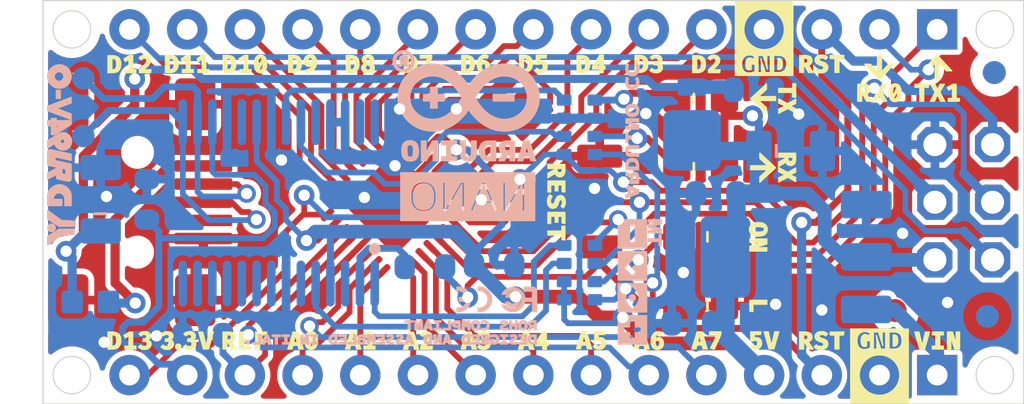
<source format=kicad_pcb>
(kicad_pcb (version 20211014) (generator pcbnew)
  (layers (0 "F.Cu" signal) (31 "B.Cu" signal) (34 "B.Paste" user) (35 "F.Paste" user) (36 "B.SilkS" user "B.Silkscreen") (37 "F.SilkS" user "F.Silkscreen") (38 "B.Mask" user) (39 "F.Mask" user) (44 "Edge.Cuts" user))
  (net 0 "")
  (net 1 "/AREF")
  (net 2 "/RESET")
  (net 3 "Net-(C4-Pad2)")
  (net 4 "Net-(D+0-PadX)")
  (net 5 "Net-(D-0-PadX)")
  (net 6 "Net-(F1-Pad2)")
  (net 7 "/RX")
  (net 9 "/TX")
  (net 19 "Net-(IC1-Pad22)")
  (net 20 "Net-(IC1-Pad23)")
  (net 24 "COM")
  (net 25 "+5V")
  (net 26 "VIN")
  (net 27 "3V3")
  (net 28 "/D3")
  (net 29 "VUSB")
  (net 30 "/D4")
  (net 31 "Net-(IC3-Pad7)")
  (net 32 "Net-(IC3-Pad8)")
  (net 33 "/D5")
  (net 34 "/D6")
  (net 35 "/D7")
  (net 36 "/D8")
  (net 37 "/D9")
  (net 38 "/D10")
  (net 39 "/D11{slash}MOSI")
  (net 40 "/D12{slash}MISO")
  (net 41 "/D13{slash}SCK")
  (net 42 "/A6")
  (net 43 "/A7")
  (net 44 "/A0")
  (net 45 "/A1")
  (net 46 "/A2")
  (net 47 "/A3")
  (net 48 "/A4")
  (net 49 "/A5")
  (net 50 "/D0{slash}RX")
  (net 51 "/D1{slash}TX")
  (net 52 "/D2")
  (net 54 "Net-(PWR0-Pad1)")
  (net 55 "Net-(L0-Pad1)")
  (net 56 "Net-(RP2-Pad5)")
  (net 57 "Net-(RP2-Pad7)")
  (footprint "NanoV3.3:Fiducial_1mm_Mask1.5mm" (layer "F.Cu") (at 167.6146 95.885)
    (fp_text reference "FD2" hide)
    (fp_text value "DNP" hide)
  )
  (footprint "NanoV3.3:LED_0805_2012Metric" (layer "F.Cu") (at 154.686 97.028 90)
    (fp_text reference "TX0" hide)
    (fp_text value "Green" hide)
  )
  (footprint "NanoV3.3:Silkscreen_Front" (layer "F.Cu") (at 147.32 101.6)
    (fp_text reference "Silkscreen_Front" hide)
    (fp_text value "Silkscreen_Back" hide)
  )
  (footprint "NanoV3.3:LED_0805_2012Metric" (layer "F.Cu") (at 154.686 100.076 90)
    (fp_text reference "RX0" hide)
    (fp_text value "Red" hide)
  )
  (footprint "NanoV3.3:LED_0805_2012Metric" (layer "F.Cu") (at 154.686 103.124 -90)
    (fp_text reference "PWR0" hide)
    (fp_text value "Green" hide)
  )
  (footprint "NanoV3.3:Resonator_SMD_Murata_CSTxExxV-3Pin_3.0x1.1mm" (layer "F.Cu") (at 146.5834 97.2836 -45)
    (fp_text reference "Y1" hide)
    (fp_text value "16MHz" hide)
  )
  (footprint "NanoV3.3:USB_Mini-B_Lumberg_2486_01_Horizontal" (layer "F.Cu") (at 132.7912 103.2002 90)
    (fp_text reference "J3" hide)
    (fp_text value "Conn_Mini_USB" hide)
  )
  (footprint "NanoV3.3:TestPoint_Pad_D1.0mm" (layer "F.Cu") (at 127.508 98.679)
    (fp_text reference "D+0" hide)
    (fp_text value "DNP" hide)
  )
  (footprint "NanoV3.3:LED_0805_2012Metric" (layer "F.Cu") (at 154.686 106.172 -90)
    (fp_text reference "L0" hide)
    (fp_text value "Yellow" hide)
  )
  (footprint "NanoV3.3:SW_SPST_3.9x2.9mm" (layer "F.Cu") (at 150.241 99.568 -90)
    (fp_text reference "SW1" hide)
    (fp_text value "RESET" hide)
  )
  (footprint "NanoV3.3:VQFN-32-1EP_5x5mm_P0.5mm_EP3.254x3.254mm" (layer "F.Cu") (at 141.224 101.6508 -135)
    (fp_text reference "IC3" hide)
    (fp_text value "328P-MUR" hide)
  )
  (footprint "NanoV3.3:TestPoint_Pad_D1.0mm" (layer "F.Cu") (at 127.508 96.139)
    (fp_text reference "D-0" hide)
    (fp_text value "DNP" hide)
  )
  (footprint "NanoV3.3:PinHeader_2x3_P2.54mm_Vertical" (layer "F.Cu") (at 166.2684 101.6 90)
    (fp_text reference "J4" hide)
    (fp_text value "Conn_2x3" hide)
  )
  (footprint "NanoV3.3:Fiducial_1mm_Mask1.5mm" (layer "F.Cu") (at 163.2458 106.3752 -90)
    (fp_text reference "FD1" hide)
    (fp_text value "DNP" hide)
  )
  (footprint "NanoV3.3:C_0603_1608Metric" (layer "B.Cu") (at 154.305 106.934 180)
    (fp_text reference "C8" hide)
    (fp_text value "1uF" hide)
  )
  (footprint "NanoV3.3:C_0603_1608Metric" (layer "B.Cu") (at 145.5928 104.3686)
    (fp_text reference "C3" hide)
    (fp_text value "1uF" hide)
  )
  (footprint "NanoV3.3:Fiducial_1mm_Mask1.5mm" (layer "B.Cu") (at 167.3098 106.6292 90)
    (fp_text reference "FD3" hide)
    (fp_text value "DNP" hide)
  )
  (footprint "NanoV3.3:DO-220AA" (layer "B.Cu") (at 154.305 98.171 90)
    (fp_text reference "D1" hide)
    (fp_text value "SS1P3L" hide)
  )
  (footprint "NanoV3.3:PinHeader_1x15_P2.54mm_Vertical" (layer "B.Cu") (at 147.32 93.98 180)
    (fp_text reference "J1" hide)
    (fp_text value "Conn_1x15" hide)
  )
  (footprint "NanoV3.3:C_0603_1608Metric" (layer "B.Cu") (at 142.5448 104.4448 180)
    (fp_text reference "C4" hide)
    (fp_text value "100nF" hide)
  )
  (footprint "NanoV3.3:R_CAY16-4" (layer "B.Cu") (at 149.352 98.298 90)
    (fp_text reference "RP2" hide)
    (fp_text value "1K" hide)
  )
  (footprint "NanoV3.3:C_0603_1608Metric" (layer "B.Cu") (at 157.0228 96.647)
    (fp_text reference "C9" hide)
    (fp_text value "100nF" hide)
  )
  (footprint "NanoV3.3:C_0603_1608Metric" (layer "B.Cu") (at 132.765 107.4674 180)
    (fp_text reference "C1" hide)
    (fp_text value "100nF" hide)
  )
  (footprint "NanoV3.3:CP_EIA-3216-18_Kemet-A" (layer "B.Cu") (at 128.27 102.87 90)
    (fp_text reference "C2" hide)
    (fp_text value "4,7uF_16V" hide)
  )
  (footprint "NanoV3.3:PinHeader_1x15_P2.54mm_Vertical" (layer "B.Cu") (at 147.32 109.22 180)
    (fp_text reference "J2" hide)
    (fp_text value "Conn_1x15" hide)
  )
  (footprint "NanoV3.3:Fiducial_1mm_Mask1.5mm" (layer "B.Cu") (at 167.6146 95.885 90)
    (fp_text reference "FD4" hide)
    (fp_text value "DNP" hide)
  )
  (footprint "NanoV3.3:R_CAY16-4" (layer "B.Cu") (at 149.352 104.6988 -90)
    (fp_text reference "RP1" hide)
    (fp_text value "1K" hide)
  )
  (footprint "NanoV3.3:SOT-223" (layer "B.Cu") (at 158.877 104.013 -90)
    (fp_text reference "IC2" hide)
    (fp_text value "LM1117IMPX-5.0" hide)
  )
  (footprint "NanoV3.3:SSOP-28_5.3x10.2mm_P0.65mm" (layer "B.Cu") (at 140.335 105.1814 180)
    (fp_text reference "IC1" hide)
    (fp_text value "FT232RL" hide)
  )
  (footprint "NanoV3.3:Fuse_0603_1608Metric" (layer "B.Cu") (at 127.8128 105.9942)
    (fp_text reference "F1" hide)
    (fp_text value "MFFSMF050" hide)
  )
  (footprint "NanoV3.3:C_0603_1608Metric" (layer "B.Cu") (at 130.302 101.473 -90)
    (fp_text reference "C6" hide)
    (fp_text value "100nF" hide)
  )
  (footprint "NanoV3.3:CP_EIA-3216-18_Kemet-A" (layer "B.Cu") (at 157.2514 99.3394)
    (fp_text reference "C5" hide)
    (fp_text value "4,7uF_16V" hide)
  )
  (footprint "NanoV3.3:Silkscreen_Back" (layer "B.Cu") (at 147.32 101.6 180)
    (fp_text reference "Silkscreen_Back" hide)
    (fp_text value "Silkscreen_Front" hide)
  )
  (footprint "NanoV3.3:C_0603_1608Metric" (layer "B.Cu") (at 155.3718 101.219 180)
    (fp_text reference "C7" hide)
    (fp_text value "1uF" hide)
  )
  (gr_circle (center 167.64 109.22) (end 168.4655 109.22) (layer "Edge.Cuts") (width 0.05) (fill none))
  (gr_line (start 125.73 92.71) (end 125.73 110.49) (layer "Edge.Cuts") (width 0.05))
  (gr_circle (center 127 109.22) (end 127.8255 109.22) (layer "Edge.Cuts") (width 0.05) (fill none))
  (gr_line (start 168.91 110.49) (end 168.91 92.71) (layer "Edge.Cuts") (width 0.05))
  (gr_circle (center 127 93.98) (end 127.8255 93.98) (layer "Edge.Cuts") (width 0.05) (fill none))
  (gr_circle (center 167.64 93.98) (end 168.4655 93.98) (layer "Edge.Cuts") (width 0.05) (fill none))
  (gr_line (start 168.91 92.71) (end 125.73 92.71) (layer "Edge.Cuts") (width 0.05))
  (gr_line (start 125.73 110.49) (end 168.91 110.49) (layer "Edge.Cuts") (width 0.05))
  (segment (start 139.314812 103.206435) (end 135.508999 107.012248) (width 0.254) (layer "F.Cu") (net 1))
  (segment (start 135.508999 108.331001) (end 134.62 109.22) (width 0.254) (layer "F.Cu") (net 1))
  (segment (start 135.508999 107.012248) (end 135.508999 108.331001) (width 0.254) (layer "F.Cu") (net 1))
  (segment (start 133.654 107.4674) (end 133.654 108.254) (width 0.3048) (layer "B.Cu") (net 1))
  (segment (start 133.654 108.254) (end 134.62 109.22) (width 0.3048) (layer "B.Cu") (net 1))
  (segment (start 157.988 107.1626) (end 160.02 109.22) (width 0.3048) (layer "F.Cu") (net 2))
  (segment (start 152.781 107.1626) (end 152.273 106.68) (width 0.3048) (layer "F.Cu") (net 2))
  (segment locked (start 149.63 104.89) (end 144.81675 104.89) (width 0.254) (layer "F.Cu") (net 2))
  (segment (start 161.163 97.155) (end 161.163 101.092) (width 0.3048) (layer "F.Cu") (net 2))
  (segment (start 160.02 93.98) (end 160.02 96.012) (width 0.3048) (layer "F.Cu") (net 2))
  (segment (start 144.43 105.79) (end 144.43 105.27675) (width 0.254) (layer "F.Cu") (net 2))
  (segment (start 152.781 107.1626) (end 157.988 107.1626) (width 0.3048) (layer "F.Cu") (net 2))
  (segment (start 160.02 96.012) (end 161.163 97.155) (width 0.3048) (layer "F.Cu") (net 2))
  (segment locked (start 150.241 104.267) (end 150.241 103.5685) (width 0.3048) (layer "F.Cu") (net 2))
  (segment (start 151.384 105.41) (end 152.273 106.299) (width 0.3048) (layer "F.Cu") (net 2))
  (segment (start 152.273 106.299) (end 152.273 106.68) (width 0.3048) (layer "F.Cu") (net 2))
  (segment (start 159.766 102.489) (end 159.131 102.489) (width 0.3048) (layer "F.Cu") (net 2))
  (segment (start 144.81675 104.89) (end 143.133187 103.206438) (width 0.254) (layer "F.Cu") (net 2))
  (segment locked (start 151.384 105.41) (end 150.241 104.267) (width 0.3048) (layer "F.Cu") (net 2))
  (segment (start 144.43 105.27675) (end 144.81675 104.89) (width 0.254) (layer "F.Cu") (net 2))
  (segment (start 149.63 104.89) (end 150.241 104.279) (width 0.254) (layer "F.Cu") (net 2))
  (segment (start 161.163 101.092) (end 159.766 102.489) (width 0.3048) (layer "F.Cu") (net 2))
  (via (at 159.131 102.489) (size 0.9064) (drill 0.5) (layers "F.Cu" "B.Cu") (net 2))
  (via (at 151.384 105.41) (size 0.9064) (drill 0.5) (layers "F.Cu" "B.Cu") (net 2))
  (via (at 144.43 105.79) (size 0.9064) (drill 0.5) (layers "F.Cu" "B.Cu") (net 2))
  (segment (start 143.4338 104.4448) (end 143.4338 104.7938) (width 0.3048) (layer "B.Cu") (net 2))
  (segment (start 143.4338 104.7938) (end 144.43 105.79) (width 0.3048) (layer "B.Cu") (net 2))
  (segment (start 162.5092 95.377) (end 163.8046 96.6724) (width 0.4064) (layer "B.Cu") (net 2))
  (segment (start 167.5384 99.06) (end 167.5384 97.9678) (width 0.4064) (layer "B.Cu") (net 2))
  (segment (start 167.5384 97.9678) (end 166.243 96.6724) (width 0.4064) (layer "B.Cu") (net 2))
  (segment (start 161.417 95.377) (end 162.5092 95.377) (width 0.4064) (layer "B.Cu") (net 2))
  (segment (start 159.131 108.331) (end 160.02 109.22) (width 0.4064) (layer "B.Cu") (net 2))
  (segment (start 159.131 102.489) (end 159.131 108.331) (width 0.4064) (layer "B.Cu") (net 2))
  (segment (start 160.02 93.98) (end 161.417 95.377) (width 0.4064) (layer "B.Cu") (net 2))
  (segment (start 150.8952 105.8988) (end 151.384 105.41) (width 0.254) (layer "B.Cu") (net 2))
  (segment (start 150.027 105.8988) (end 150.8952 105.8988) (width 0.254) (layer "B.Cu") (net 2))
  (segment (start 163.8046 96.6724) (end 166.243 96.6724) (width 0.4064) (layer "B.Cu") (net 2))
  (segment (start 141.351 103.632) (end 141.6558 103.9368) (width 0.3048) (layer "B.Cu") (net 3))
  (segment (start 139.6848 104.025717) (end 139.6848 105.1814) (width 0.3048) (layer "B.Cu") (net 3))
  (segment (start 140.078517 103.632) (end 139.6848 104.025717) (width 0.3048) (layer "B.Cu") (net 3))
  (segment (start 141.351 103.632) (end 140.078517 103.632) (width 0.3048) (layer "B.Cu") (net 3))
  (segment (start 141.6558 103.9368) (end 141.6558 104.4448) (width 0.3048) (layer "B.Cu") (net 3))
  (segment (start 134.467981 102.0318) (end 134.7978 102.0318) (width 0.254) (layer "F.Cu") (net 4))
  (segment (start 134.036381 101.6002) (end 134.467981 102.0318) (width 0.254) (layer "F.Cu") (net 4))
  (segment (start 132.7912 101.6002) (end 134.036381 101.6002) (width 0.254) (layer "F.Cu") (net 4))
  (segment (start 134.7978 102.0318) (end 135.128 102.362) (width 0.254) (layer "F.Cu") (net 4))
  (via (at 135.128 102.362) (size 0.8128) (drill 0.5) (layers "F.Cu" "B.Cu") (net 4))
  (segment (start 131.8895 98.171) (end 131.8895 101.2495) (width 0.254) (layer "B.Cu") (net 4))
  (segment (start 131.3769 97.5614) (end 131.8849 98.0694) (width 0.3048) (layer "B.Cu") (net 4))
  (segment (start 133.03 102.39) (end 135.1 102.39) (width 0.254) (layer "B.Cu") (net 4))
  (segment (start 131.8895 101.2495) (end 133.03 102.39) (width 0.254) (layer "B.Cu") (net 4))
  (segment (start 127.508 98.679) (end 128.6256 97.5614) (width 0.3048) (layer "B.Cu") (net 4))
  (segment (start 128.6256 97.5614) (end 131.3769 97.5614) (width 0.3048) (layer "B.Cu") (net 4))
  (segment (start 135.1 102.39) (end 135.128 102.362) (width 0.254) (layer "B.Cu") (net 4))
  (segment (start 132.7912 100.8002) (end 134.2774 100.8002) (width 0.254) (layer "F.Cu") (net 5))
  (segment (start 134.2774 100.8002) (end 134.6962 101.219) (width 0.254) (layer "F.Cu") (net 5))
  (via (at 134.6962 101.219) (size 0.8128) (drill 0.5) (layers "F.Cu" "B.Cu") (net 5))
  (segment (start 128.397 97.028) (end 127.508 96.139) (width 0.3048) (layer "B.Cu") (net 5))
  (segment (start 132.5352 98.0694) (end 132.5352 96.7212) (width 0.3048) (layer "B.Cu") (net 5))
  (segment (start 131.064 96.52) (end 132.334 96.52) (width 0.3048) (layer "B.Cu") (net 5))
  (segment (start 131.064 96.52) (end 130.556 97.028) (width 0.3048) (layer "B.Cu") (net 5))
  (segment (start 132.7404 101.346) (end 134.5692 101.346) (width 0.254) (layer "B.Cu") (net 5))
  (segment (start 132.5372 101.1428) (end 132.7404 101.346) (width 0.254) (layer "B.Cu") (net 5))
  (segment (start 134.5692 101.346) (end 134.6962 101.219) (width 0.254) (layer "B.Cu") (net 5))
  (segment (start 130.556 97.028) (end 128.397 97.028) (width 0.3048) (layer "B.Cu") (net 5))
  (segment (start 132.5352 96.7212) (end 132.334 96.52) (width 0.3048) (layer "B.Cu") (net 5))
  (segment (start 132.5372 98.0567) (end 132.5372 101.1428) (width 0.254) (layer "B.Cu") (net 5))
  (segment (start 132.7912 100.0002) (end 131.2668 100.0002) (width 0.4064) (layer "F.Cu") (net 6))
  (segment (start 128.905 105.156) (end 129.794 106.045) (width 0.4064) (layer "F.Cu") (net 6))
  (segment (start 131.2668 100.0002) (end 128.905 102.362) (width 0.4064) (layer "F.Cu") (net 6))
  (segment (start 128.905 102.362) (end 128.905 105.156) (width 0.4064) (layer "F.Cu") (net 6))
  (via (at 129.794 106.045) (size 0.9064) (drill 0.5) (layers "F.Cu" "B.Cu") (net 6))
  (segment (start 128.6636 106.045) (end 129.794 106.045) (width 0.4064) (layer "B.Cu") (net 6))
  (segment (start 140.5382 106.6292) (end 146.8374 106.6292) (width 0.254) (layer "B.Cu") (net 7))
  (segment (start 148.677 103.4988) (end 148.0628 103.4988) (width 0.254) (layer "B.Cu") (net 7))
  (segment (start 147.3454 106.1212) (end 147.3454 104.2162) (width 0.254) (layer "B.Cu") (net 7))
  (segment (start 146.8374 106.6292) (end 147.3454 106.1212) (width 0.254) (layer "B.Cu") (net 7))
  (segment (start 140.335 106.426) (end 140.5382 106.6292) (width 0.254) (layer "B.Cu") (net 7))
  (segment (start 148.0628 103.4988) (end 147.3454 104.2162) (width 0.254) (layer "B.Cu") (net 7))
  (segment (start 140.335 106.426) (end 140.335 105.1814) (width 0.254) (layer "B.Cu") (net 7))
  (segment (start 148.1772 104.2988) (end 148.677 104.2988) (width 0.254) (layer "B.Cu") (net 9))
  (segment (start 138.6078 107.0864) (end 147.1676 107.0864) (width 0.254) (layer "B.Cu") (net 9))
  (segment (start 147.1676 107.0864) (end 147.8788 106.3752) (width 0.254) (layer "B.Cu") (net 9))
  (segment (start 147.8788 106.3752) (end 147.8788 104.5972) (width 0.254) (layer "B.Cu") (net 9))
  (segment (start 147.8788 104.5972) (end 148.1772 104.2988) (width 0.254) (layer "B.Cu") (net 9))
  (segment (start 137.7348 105.1814) (end 137.7348 106.2134) (width 0.254) (layer "B.Cu") (net 9))
  (segment (start 137.7348 106.2134) (end 138.6078 107.0864) (width 0.254) (layer "B.Cu") (net 9))
  (segment (start 148.677 97.098) (end 148.2514 96.6724) (width 0.254) (layer "B.Cu") (net 19))
  (segment (start 136.6774 96.6724) (end 136.4353 96.9145) (width 0.254) (layer "B.Cu") (net 19))
  (segment (start 148.2514 96.6724) (end 136.6774 96.6724) (width 0.254) (layer "B.Cu") (net 19))
  (segment (start 136.4353 96.9145) (end 136.4353 98.0694) (width 0.254) (layer "B.Cu") (net 19))
  (segment (start 140.28 100.29) (end 138.23 100.29) (width 0.254) (layer "B.Cu") (net 20))
  (segment (start 148.658 98.679) (end 148.319 98.679) (width 0.254) (layer "B.Cu") (net 20))
  (segment (start 137.0851 99.1451) (end 138.23 100.29) (width 0.254) (layer "B.Cu") (net 20))
  (segment (start 140.78 100.79) (end 140.28 100.29) (width 0.254) (layer "B.Cu") (net 20))
  (segment (start 141.98 100.79) (end 140.78 100.79) (width 0.254) (layer "B.Cu") (net 20))
  (segment (start 148.13 98.49) (end 143.53 98.49) (width 0.254) (layer "B.Cu") (net 20))
  (segment (start 143.03 99.74) (end 143.03 98.99) (width 0.254) (layer "B.Cu") (net 20))
  (segment (start 137.0851 98.0694) (end 137.0851 99.1451) (width 0.254) (layer "B.Cu") (net 20))
  (segment (start 141.98 100.79) (end 143.03 99.74) (width 0.254) (layer "B.Cu") (net 20))
  (segment (start 148.658 98.679) (end 148.677 98.698) (width 0.254) (layer "B.Cu") (net 20))
  (segment (start 143.03 98.99) (end 143.53 98.49) (width 0.254) (layer "B.Cu") (net 20))
  (segment (start 148.319 98.679) (end 148.13 98.49) (width 0.254) (layer "B.Cu") (net 20))
  (segment (start 142.779635 99.741612) (end 141.224 101.297247) (width 0.254) (layer "F.Cu") (net 24))
  (segment (start 132.7912 103.2002) (end 132.7912 103.8606) (width 0.4064) (layer "F.Cu") (net 24))
  (segment (start 142.28466 101.6508) (end 141.224 101.6508) (width 0.254) (layer "F.Cu") (net 24))
  (segment (start 143.486742 100.448718) (end 142.28466 101.6508) (width 0.254) (layer "F.Cu") (net 24))
  (segment (start 141.224 102.004353) (end 141.224 101.6508) (width 0.254) (layer "F.Cu") (net 24))
  (segment (start 132.4312 104.2206) (end 132.7912 103.8606) (width 0.4064) (layer "F.Cu") (net 24))
  (segment (start 132.4312 105.9177) (end 132.4312 104.2206) (width 0.4064) (layer "F.Cu") (net 24))
  (segment (start 141.224 101.297247) (end 141.224 101.6508) (width 0.254) (layer "F.Cu") (net 24))
  (segment (start 139.668365 103.559988) (end 141.224 102.004353) (width 0.254) (layer "F.Cu") (net 24))
  (via (at 141.23 99.99) (size 0.9064) (drill 0.5) (layers "F.Cu" "B.Cu") (net 24))
  (via (at 165.5572 106.0196) (size 0.9064) (drill 0.5) (layers "F.Cu" "B.Cu") (net 24))
  (via (at 150.0124 100.9904) (size 0.8128) (drill 0.5) (layers "F.Cu" "B.Cu") (net 24))
  (via (at 141.43 97.49) (size 0.9064) (drill 0.5) (layers "F.Cu" "B.Cu") (net 24))
  (via (at 157.988 106.0958) (size 0.8128) (drill 0.5) (layers "F.Cu" "B.Cu") (net 24))
  (via (at 139.88 101.39) (size 0.9064) (drill 0.5) (layers "F.Cu" "B.Cu") (net 24))
  (via (at 128.524 101.346) (size 0.9064) (drill 0.5) (layers "F.Cu" "B.Cu") (net 24))
  (via (at 143.93 97.49) (size 0.9064) (drill 0.5) (layers "F.Cu" "B.Cu") (net 24))
  (via (at 152.273 97.6884) (size 0.8128) (drill 0.5) (layers "F.Cu" "B.Cu") (net 24))
  (via (at 153.924 104.6988) (size 0.8128) (drill 0.5) (layers "F.Cu" "B.Cu") (net 24))
  (via (at 130.73 107.49) (size 0.9064) (drill 0.5) (layers "F.Cu" "B.Cu") (net 24))
  (via (at 128.4224 107.7722) (size 0.8128) (drill 0.5) (layers "F.Cu" "B.Cu") (net 24))
  (via (at 163.576 102.9716) (size 0.8128) (drill 0.5) (layers "F.Cu" "B.Cu") (net 24))
  (via (at 136.23 99.74) (size 0.9064) (drill 0.5) (layers "F.Cu" "B.Cu") (net 24))
  (via (at 160.02 106.3498) (size 0.8128) (drill 0.5) (layers "F.Cu" "B.Cu") (net 24))
  (via (at 159.004 97.7138) (size 0.8128) (drill 0.5) (layers "F.Cu" "B.Cu") (net 24))
  (segment (start 148.677 97.898) (end 150.027 97.898) (width 0.4064) (layer "B.Cu") (net 24))
  (segment (start 155.736011 100.076) (end 155.736011 97.028) (width 0.3556) (layer "F.Cu") (net 25))
  (segment (start 152.4 107.823) (end 151.257 106.68) (width 0.6096) (layer "F.Cu") (net 25))
  (segment (start 156.21 107.823) (end 157.48 109.22) (width 0.6096) (layer "F.Cu") (net 25))
  (segment (start 143.93 99.298353) (end 143.93 99.29) (width 0.254) (layer "F.Cu") (net 25))
  (segment (start 152.4 107.823) (end 156.21 107.823) (width 0.6096) (layer "F.Cu") (net 25))
  (segment (start 150.2156 106.68) (end 151.257 106.68) (width 0.6096) (layer "F.Cu") (net 25))
  (segment (start 146.5326 105.7656) (end 149.3012 105.7656) (width 0.6096) (layer "F.Cu") (net 25))
  (segment (start 143.133188 100.095165) (end 143.93 99.298353) (width 0.254) (layer "F.Cu") (net 25))
  (segment (start 138.607705 102.499328) (end 137.817033 103.29) (width 0.254) (layer "F.Cu") (net 25))
  (segment (start 156.972 97.79) (end 155.736011 97.79) (width 0.3556) (layer "F.Cu") (net 25))
  (segment (start 150.2156 106.68) (end 149.3012 105.7656) (width 0.6096) (layer "F.Cu") (net 25))
  (segment (start 143.3444 98.7044) (end 143.93 99.29) (width 0.254) (layer "F.Cu") (net 25))
  (segment (start 137.817033 103.29) (end 137.33 103.29) (width 0.254) (layer "F.Cu") (net 25))
  (segment (start 142.426082 99.388058) (end 143.10974 98.7044) (width 0.254) (layer "F.Cu") (net 25))
  (segment (start 143.10974 98.7044) (end 143.3444 98.7044) (width 0.254) (layer "F.Cu") (net 25))
  (via (at 143.93 99.29) (size 0.9064) (drill 0.5) (layers "F.Cu" "B.Cu") (net 25))
  (via (at 156.972 97.79) (size 0.9064) (drill 0.5) (layers "F.Cu" "B.Cu") (net 25))
  (via (at 151.257 106.68) (size 0.9064) (drill 0.5) (layers "F.Cu" "B.Cu") (net 25))
  (via (at 137.33 103.29) (size 0.9064) (drill 0.5) (layers "F.Cu" "B.Cu") (net 25))
  (via (at 146.5326 105.7656) (size 0.9064) (drill 0.5) (layers "F.Cu" "B.Cu") (net 25))
  (segment (start 148.677 105.0988) (end 148.677 105.8988) (width 0.254) (layer "B.Cu") (net 25))
  (segment (start 156.2608 101.219) (end 157.988 101.219) (width 0.8128) (layer "B.Cu") (net 25))
  (segment (start 157.2514 98.0694) (end 157.2514 99.3394) (width 0.3556) (layer "B.Cu") (net 25))
  (segment (start 135.1351 98.0694) (end 135.1351 99.7849) (width 0.254) (layer "B.Cu") (net 25))
  (segment (start 146.1008 105.7656) (end 144.7038 104.3686) (width 0.6096) (layer "B.Cu") (net 25))
  (segment (start 151.003 106.934) (end 151.257 106.68) (width 0.254) (layer "B.Cu") (net 25))
  (segment (start 154.305 98.871) (end 154.7734 99.3394) (width 0.8128) (layer "B.Cu") (net 25))
  (segment (start 159.385 101.219) (end 157.988 101.219) (width 0.6096) (layer "B.Cu") (net 25))
  (segment (start 162.1028 104.14) (end 164.9984 104.14) (width 0.6096) (layer "B.Cu") (net 25))
  (segment (start 136.43 102.39) (end 137.33 103.29) (width 0.254) (layer "B.Cu") (net 25))
  (segment (start 155.778 107.518) (end 157.48 109.22) (width 0.8128) (layer "B.Cu") (net 25))
  (segment (start 161.9758 104.013) (end 160.909 104.013) (width 0.6096) (layer "B.Cu") (net 25))
  (segment (start 145.93 102.59) (end 145.93 100.79) (width 0.3048) (layer "B.Cu") (net 25))
  (segment (start 155.778 104.013) (end 155.778 107.518) (width 0.8128) (layer "B.Cu") (net 25))
  (segment (start 136.03 101.49) (end 136.03 100.6798) (width 0.254) (layer "B.Cu") (net 25))
  (segment (start 136.43 101.89) (end 136.03 101.49) (width 0.254) (layer "B.Cu") (net 25))
  (segment (start 137.723 102.897) (end 137.33 103.29) (width 0.6096) (layer "B.Cu") (net 25))
  (segment (start 145.7364 102.7836) (end 145.93 102.59) (width 0.3048) (layer "B.Cu") (net 25))
  (segment (start 136.43 101.89) (end 136.43 102.39) (width 0.254) (layer "B.Cu") (net 25))
  (segment (start 157.2514 99.3394) (end 157.2514 101.219) (width 0.8128) (layer "B.Cu") (net 25))
  (segment (start 144.7038 103.8098) (end 144.7038 104.3686) (width 0.6096) (layer "B.Cu") (net 25))
  (segment (start 160.147 103.251) (end 160.147 101.981) (width 0.6096) (layer "B.Cu") (net 25))
  (segment (start 145.73 102.7836) (end 145.7364 102.7836) (width 0.3048) (layer "B.Cu") (net 25))
  (segment (start 160.909 104.013) (end 160.147 103.251) (width 0.6096) (layer "B.Cu") (net 25))
  (segment (start 154.7734 99.3394) (end 157.2514 99.3394) (width 0.8128) (layer "B.Cu") (net 25))
  (segment (start 156.2608 101.219) (end 156.2608 103.5302) (width 0.8128) (layer "B.Cu") (net 25))
  (segment (start 138.384991 105.1814) (end 138.384991 102.897) (width 0.3048) (layer "B.Cu") (net 25))
  (segment (start 161.9758 104.013) (end 162.1028 104.14) (width 0.6096) (layer "B.Cu") (net 25))
  (segment (start 146.5326 105.7656) (end 146.1008 105.7656) (width 0.6096) (layer "B.Cu") (net 25))
  (segment (start 145.73 102.7836) (end 144.7038 103.8098) (width 0.3048) (layer "B.Cu") (net 25))
  (segment (start 144.43 99.29) (end 143.93 99.29) (width 0.3048) (layer "B.Cu") (net 25))
  (segment (start 136.03 100.6798) (end 135.1351 99.7849) (width 0.254) (layer "B.Cu") (net 25))
  (segment (start 160.147 101.981) (end 159.385 101.219) (width 0.6096) (layer "B.Cu") (net 25))
  (segment (start 148.677 105.8988) (end 148.677 106.767) (width 0.254) (layer "B.Cu") (net 25))
  (segment (start 143.891 102.897) (end 137.723 102.897) (width 0.6096) (layer "B.Cu") (net 25))
  (segment (start 144.7038 103.8098) (end 143.891 102.897) (width 0.6096) (layer "B.Cu") (net 25))
  (segment (start 148.844 106.934) (end 151.003 106.934) (width 0.254) (layer "B.Cu") (net 25))
  (segment (start 156.2608 103.5302) (end 155.778 104.013) (width 0.8128) (layer "B.Cu") (net 25))
  (segment (start 156.972 97.79) (end 157.2514 98.0694) (width 0.3556) (layer "B.Cu") (net 25))
  (segment (start 145.93 100.79) (end 144.43 99.29) (width 0.3048) (layer "B.Cu") (net 25))
  (segment (start 148.677 106.767) (end 148.844 106.934) (width 0.254) (layer "B.Cu") (net 25))
  (segment (start 165.1 108.204) (end 165.1 109.22) (width 0.6096) (layer "B.Cu") (net 26))
  (segment (start 161.9758 106.3244) (end 163.2204 106.3244) (width 0.6096) (layer "B.Cu") (net 26))
  (segment (start 163.2204 106.3244) (end 165.1 108.204) (width 0.6096) (layer "B.Cu") (net 26))
  (segment (start 129.48 106.89) (end 129.23 107.14) (width 0.3048) (layer "B.Cu") (net 27))
  (segment (start 133.1849 100.2449) (end 133.33 100.39) (width 0.254) (layer "B.Cu") (net 27))
  (segment (start 133.33 100.39) (end 135.0356 100.39) (width 0.254) (layer "B.Cu") (net 27))
  (segment (start 130.83 106.19) (end 130.13 106.89) (width 0.3048) (layer "B.Cu") (net 27))
  (segment (start 130.13 106.89) (end 129.48 106.89) (width 0.3048) (layer "B.Cu") (net 27))
  (segment (start 130.03 107.94) (end 130.83 108.74) (width 0.3048) (layer "B.Cu") (net 27))
  (segment (start 135.0356 100.39) (end 135.0356 100.3956) (width 0.254) (layer "B.Cu") (net 27))
  (segment (start 129.23 107.14) (end 129.23 107.69) (width 0.3048) (layer "B.Cu") (net 27))
  (segment (start 130.83 102.89) (end 130.83 106.19) (width 0.3048) (layer "B.Cu") (net 27))
  (segment (start 129.48 107.94) (end 130.03 107.94) (width 0.3048) (layer "B.Cu") (net 27))
  (segment (start 130.302 102.362) (end 130.83 102.89) (width 0.3048) (layer "B.Cu") (net 27))
  (segment (start 135.93 102.69) (end 135.43 103.19) (width 0.254) (layer "B.Cu") (net 27))
  (segment (start 135.93 102.04) (end 135.53 101.64) (width 0.254) (layer "B.Cu") (net 27))
  (segment (start 135.430006 103.189989) (end 130.82999 103.189989) (width 0.254) (layer "B.Cu") (net 27))
  (segment (start 133.1849 98.0694) (end 133.1849 100.2449) (width 0.254) (layer "B.Cu") (net 27))
  (segment locked (start 130.83 108.74) (end 131.6 108.74) (width 0.3048) (layer "B.Cu") (net 27))
  (segment (start 132.08 109.22) (end 131.599991 108.739991) (width 0.3048) (layer "B.Cu") (net 27))
  (segment (start 135.93 102.69) (end 135.93 102.04) (width 0.254) (layer "B.Cu") (net 27))
  (segment (start 135.0356 100.3956) (end 135.53 100.89) (width 0.254) (layer "B.Cu") (net 27))
  (segment (start 135.53 101.64) (end 135.53 100.89) (width 0.254) (layer "B.Cu") (net 27))
  (segment (start 129.23 107.69) (end 129.48 107.94) (width 0.3048) (layer "B.Cu") (net 27))
  (segment (start 145.559673 99.79) (end 147.352 99.79) (width 0.254) (layer "F.Cu") (net 28))
  (segment (start 144.193848 101.155825) (end 145.559673 99.79) (width 0.254) (layer "F.Cu") (net 28))
  (segment (start 149.4282 96.9518) (end 149.4282 97.7138) (width 0.254) (layer "F.Cu") (net 28))
  (segment (start 149.4282 97.7138) (end 147.352 99.79) (width 0.254) (layer "F.Cu") (net 28))
  (segment (start 152.4 93.98) (end 149.4282 96.9518) (width 0.254) (layer "F.Cu") (net 28))
  (segment locked (start 129.7686 96.1644) (end 129.7686 97.3074) (width 0.4064) (layer "F.Cu") (net 29))
  (segment locked (start 127.508 99.568) (end 127.508 102.997) (width 0.4064) (layer "F.Cu") (net 29))
  (segment locked (start 127.508 99.568) (end 129.7686 97.3074) (width 0.4064) (layer "F.Cu") (net 29))
  (segment locked (start 127.508 102.997) (end 126.746 103.759) (width 0.4064) (layer "F.Cu") (net 29))
  (via (at 129.7686 96.1644) (size 0.9064) (drill 0.5) (layers "F.Cu" "B.Cu") (net 29))
  (via (at 126.746 103.759) (size 0.9064) (drill 0.5) (layers "F.Cu" "B.Cu") (net 29))
  (segment (start 154.304 96.52) (end 152.6794 96.52) (width 0.3556) (layer "B.Cu") (net 29))
  (segment (start 127.0128 104.0258) (end 126.746 103.759) (width 0.4064) (layer "B.Cu") (net 29))
  (segment (start 152.2984 96.1644) (end 132.7404 96.1644) (width 0.3556) (layer "B.Cu") (net 29))
  (segment (start 152.6794 96.52) (end 152.4762 96.3168) (width 0.3556) (layer "B.Cu") (net 29))
  (segment (start 128.27 102.87) (end 127.635 102.87) (width 0.4064) (layer "B.Cu") (net 29))
  (segment (start 132.334 95.758) (end 130.175 95.758) (width 0.3556) (layer "B.Cu") (net 29))
  (segment (start 127.0128 105.9942) (end 127.0128 104.0258) (width 0.4064) (layer "B.Cu") (net 29))
  (segment (start 127.635 102.87) (end 126.746 103.759) (width 0.4064) (layer "B.Cu") (net 29))
  (segment (start 132.7404 96.1644) (end 132.334 95.758) (width 0.3556) (layer "B.Cu") (net 29))
  (segment (start 152.2984 96.1644) (end 152.4762 96.3168) (width 0.3556) (layer "B.Cu") (net 29))
  (segment (start 130.175 95.758) (end 129.7686 96.1644) (width 0.3556) (layer "B.Cu") (net 29))
  (segment (start 156.0078 96.521) (end 154.305 96.521) (width 0.6096) (layer "B.Cu") (net 29))
  (segment (start 156.1338 96.647) (end 156.0078 96.521) (width 0.6096) (layer "B.Cu") (net 29))
  (segment (start 143.840295 100.802272) (end 145.352567 99.29) (width 0.254) (layer "F.Cu") (net 30))
  (segment (start 149.86 93.98) (end 149.86 94.234) (width 0.254) (layer "F.Cu") (net 30))
  (segment (start 145.352567 99.29) (end 147.1662 99.29) (width 0.254) (layer "F.Cu") (net 30))
  (segment (start 148.8186 95.2754) (end 148.8186 97.6376) (width 0.254) (layer "F.Cu") (net 30))
  (segment (start 148.8186 97.6376) (end 147.1662 99.29) (width 0.254) (layer "F.Cu") (net 30))
  (segment (start 149.86 94.234) (end 148.8186 95.2754) (width 0.254) (layer "F.Cu") (net 30))
  (segment (start 142.93 97.0746) (end 143.40888 96.59572) (width 0.254) (layer "F.Cu") (net 31))
  (segment (start 142.93 98.177033) (end 142.93 97.0746) (width 0.254) (layer "F.Cu") (net 31))
  (segment (start 143.40888 96.59572) (end 145.857066 96.59572) (width 0.254) (layer "F.Cu") (net 31))
  (segment (start 142.072528 99.034505) (end 142.93 98.177033) (width 0.254) (layer "F.Cu") (net 31))
  (segment (start 146.23 95.19) (end 145.281 96.139) (width 0.254) (layer "F.Cu") (net 32))
  (segment (start 148.0566 96.6978) (end 146.5488 95.19) (width 0.254) (layer "F.Cu") (net 32))
  (segment (start 142.43 96.89) (end 142.43 97.969927) (width 0.254) (layer "F.Cu") (net 32))
  (segment (start 148.0566 97.224614) (end 148.0566 96.6978) (width 0.254) (layer "F.Cu") (net 32))
  (segment (start 146.5488 95.19) (end 146.23 95.19) (width 0.254) (layer "F.Cu") (net 32))
  (segment (start 147.290507 97.990707) (end 148.0566 97.224614) (width 0.254) (layer "F.Cu") (net 32))
  (segment (start 143.181 96.139) (end 142.43 96.89) (width 0.254) (layer "F.Cu") (net 32))
  (segment (start 142.43 97.969927) (end 141.718975 98.680952) (width 0.254) (layer "F.Cu") (net 32))
  (segment (start 145.281 96.139) (end 143.181 96.139) (width 0.254) (layer "F.Cu") (net 32))
  (segment (start 146.5834 94.7166) (end 147.32 93.98) (width 0.254) (layer "F.Cu") (net 33))
  (segment (start 140.53 98.481927) (end 140.53 97.2394) (width 0.254) (layer "F.Cu") (net 33))
  (segment (start 142.08808 95.68228) (end 145.05892 95.68228) (width 0.254) (layer "F.Cu") (net 33))
  (segment (start 140.729025 98.680952) (end 140.53 98.481927) (width 0.254) (layer "F.Cu") (net 33))
  (segment locked (start 140.53 97.2394) (end 142.0876 95.6818) (width 0.254) (layer "F.Cu") (net 33))
  (segment (start 145.05892 95.68228) (end 146.0246 94.7166) (width 0.254) (layer "F.Cu") (net 33))
  (segment (start 146.0246 94.7166) (end 146.5834 94.7166) (width 0.254) (layer "F.Cu") (net 33))
  (segment (start 142.0876 95.6818) (end 142.08808 95.68228) (width 0.254) (layer "F.Cu") (net 33))
  (segment (start 143.5354 95.2246) (end 144.78 93.98) (width 0.254) (layer "F.Cu") (net 34))
  (segment locked (start 140.03 97.079) (end 141.8844 95.2246) (width 0.254) (layer "F.Cu") (net 34))
  (segment (start 140.03 98.689033) (end 140.03 97.079) (width 0.254) (layer "F.Cu") (net 34))
  (segment (start 140.375472 99.034505) (end 140.03 98.689033) (width 0.254) (layer "F.Cu") (net 34))
  (segment (start 141.8844 95.2246) (end 143.5354 95.2246) (width 0.254) (layer "F.Cu") (net 34))
  (segment (start 140.021918 99.388058) (end 139.53 98.89614) (width 0.254) (layer "F.Cu") (net 35))
  (segment (start 142.24 93.98) (end 142.24 94.18) (width 0.254) (layer "F.Cu") (net 35))
  (segment (start 139.53 98.89614) (end 139.53 96.89) (width 0.254) (layer "F.Cu") (net 35))
  (segment locked (start 139.53 96.89) (end 142.24 94.18) (width 0.254) (layer "F.Cu") (net 35))
  (segment (start 139.03 99.103247) (end 139.03 96.69) (width 0.254) (layer "F.Cu") (net 36))
  (segment (start 139.668365 99.741612) (end 139.03 99.103247) (width 0.254) (layer "F.Cu") (net 36))
  (segment (start 139.7 93.98) (end 139.7 96.02) (width 0.254) (layer "F.Cu") (net 36))
  (segment locked (start 139.7 96.02) (end 139.03 96.69) (width 0.254) (layer "F.Cu") (net 36))
  (segment locked (start 138.53 95.35) (end 137.16 93.98) (width 0.254) (layer "F.Cu") (net 37))
  (segment (start 139.314812 100.095165) (end 138.53 99.310353) (width 0.254) (layer "F.Cu") (net 37))
  (segment (start 138.53 99.310353) (end 138.53 95.35) (width 0.254) (layer "F.Cu") (net 37))
  (segment (start 138.961258 100.448718) (end 137.98672 99.47418) (width 0.254) (layer "F.Cu") (net 38))
  (segment (start 137.98672 99.47418) (end 137.98672 97.34672) (width 0.254) (layer "F.Cu") (net 38))
  (segment (start 137.98672 97.34672) (end 134.62 93.98) (width 0.254) (layer "F.Cu") (net 38))
  (segment (start 132.08 93.98) (end 133.29968 95.19968) (width 0.254) (layer "F.Cu") (net 39))
  (segment (start 137.53 97.5504) (end 135.1788 95.1992) (width 0.254) (layer "F.Cu") (net 39))
  (segment (start 133.29968 95.19968) (end 135.17832 95.19968) (width 0.254) (layer "F.Cu") (net 39))
  (segment (start 138.607705 100.802272) (end 137.53 99.724567) (width 0.254) (layer "F.Cu") (net 39))
  (segment (start 137.53 99.724567) (end 137.53 97.5504) (width 0.254) (layer "F.Cu") (net 39))
  (segment (start 135.17832 95.19968) (end 135.1788 95.1992) (width 0.254) (layer "F.Cu") (net 39))
  (segment (start 132.08 93.98) (end 133.29968 95.19968) (width 0.254) (layer "B.Cu") (net 39))
  (segment (start 164.9984 101.4984) (end 164.9984 101.6) (width 0.6096) (layer "B.Cu") (net 39))
  (segment (start 133.29968 95.19968) (end 158.69968 95.19968) (width 0.254) (layer "B.Cu") (net 39))
  (segment (start 164.3634 100.8634) (end 159.0929 95.5929) (width 0.4064) (layer "B.Cu") (net 39))
  (segment (start 158.69968 95.19968) (end 159.0929 95.5929) (width 0.254) (layer "B.Cu") (net 39))
  (segment (start 164.3634 100.8634) (end 164.9984 101.4984) (width 0.6096) (layer "B.Cu") (net 39))
  (segment (start 159.0929 95.5929) (end 158.6992 95.1992) (width 0.4064) (layer "B.Cu") (net 39))
  (segment (start 138.254152 101.155825) (end 137.03 99.931673) (width 0.254) (layer "F.Cu") (net 40))
  (segment (start 134.8994 95.6564) (end 131.2164 95.6564) (width 0.254) (layer "F.Cu") (net 40))
  (segment locked (start 137.03 97.787) (end 134.8994 95.6564) (width 0.254) (layer "F.Cu") (net 40))
  (segment (start 129.54 93.98) (end 131.2164 95.6564) (width 0.254) (layer "F.Cu") (net 40))
  (segment (start 137.03 99.931673) (end 137.03 97.787) (width 0.254) (layer "F.Cu") (net 40))
  (segment (start 166.2684 102.87) (end 167.5384 104.14) (width 0.4064) (layer "B.Cu") (net 40))
  (segment (start 164.592 102.87) (end 163.703 101.981) (width 0.254) (layer "B.Cu") (net 40))
  (segment (start 163.703 101.981) (end 163.703 101.092) (width 0.254) (layer "B.Cu") (net 40))
  (segment (start 130.81 95.25) (end 129.54 93.98) (width 0.254) (layer "B.Cu") (net 40))
  (segment (start 166.2684 102.87) (end 164.592 102.87) (width 0.254) (layer "B.Cu") (net 40))
  (segment (start 158.2674 95.6564) (end 132.9944 95.6564) (width 0.254) (layer "B.Cu") (net 40))
  (segment (start 163.703 101.092) (end 158.2674 95.6564) (width 0.254) (layer "B.Cu") (net 40))
  (segment (start 132.9944 95.6564) (end 132.588 95.25) (width 0.254) (layer "B.Cu") (net 40))
  (segment (start 132.588 95.25) (end 130.81 95.25) (width 0.254) (layer "B.Cu") (net 40))
  (segment (start 161.798 101.219) (end 161.798 97.1042) (width 0.254) (layer "F.Cu") (net 41))
  (segment (start 145.03 101.49) (end 145.93 100.59) (width 0.254) (layer "F.Cu") (net 41))
  (segment (start 157.353 101.092) (end 152.908 101.092) (width 0.254) (layer "F.Cu") (net 41))
  (segment (start 137.23 101.29) (end 137.23 102.09) (width 0.254) (layer "F.Cu") (net 41))
  (segment (start 130.35 109.22) (end 129.54 109.22) (width 0.254) (layer "F.Cu") (net 41))
  (segment (start 158.242 102.743) (end 158.242 101.981) (width 0.254) (layer "F.Cu") (net 41))
  (segment (start 152.527 100.711) (end 151.2824 100.711) (width 0.254) (layer "F.Cu") (net 41))
  (segment (start 133.13 107.89) (end 136.43 104.59) (width 0.254) (layer "F.Cu") (net 41))
  (segment (start 137.174225 102.145775) (end 136.43 102.89) (width 0.254) (layer "F.Cu") (net 41))
  (segment (start 159.639 103.378) (end 161.798 101.219) (width 0.254) (layer "F.Cu") (net 41))
  (segment (start 145.93 100.59) (end 146.73 100.59) (width 0.254) (layer "F.Cu") (net 41))
  (segment (start 138.254152 102.145775) (end 137.174225 102.145775) (width 0.254) (layer "F.Cu") (net 41))
  (segment (start 131.68 107.89) (end 130.35 109.22) (width 0.254) (layer "F.Cu") (net 41))
  (segment (start 161.798 97.1042) (end 162.3314 96.5708) (width 0.254) (layer "F.Cu") (net 41))
  (segment (start 158.877 103.378) (end 158.242 102.743) (width 0.254) (layer "F.Cu") (net 41))
  (segment (start 133.13 107.89) (end 131.68 107.89) (width 0.254) (layer "F.Cu") (net 41))
  (segment (start 136.43 104.59) (end 136.43 102.89) (width 0.254) (layer "F.Cu") (net 41))
  (segment (start 158.242 101.981) (end 157.353 101.092) (width 0.254) (layer "F.Cu") (net 41))
  (segment (start 152.908 101.092) (end 152.527 100.711) (width 0.254) (layer "F.Cu") (net 41))
  (segment (start 159.639 103.378) (end 158.877 103.378) (width 0.254) (layer "F.Cu") (net 41))
  (via (at 145.03 101.49) (size 0.9064) (drill 0.5) (layers "F.Cu" "B.Cu") (net 41))
  (via (at 137.23 101.29) (size 0.9064) (drill 0.5) (layers "F.Cu" "B.Cu") (net 41))
  (via (at 162.3314 96.5708) (size 0.8128) (drill 0.5) (layers "F.Cu" "B.Cu") (net 41))
  (via (at 146.73 100.59) (size 0.9064) (drill 0.5) (layers "F.Cu" "B.Cu") (net 41))
  (via (at 151.2824 100.711) (size 0.9064) (drill 0.5) (layers "F.Cu" "B.Cu") (net 41))
  (segment (start 166.2684 97.6884) (end 166.2684 100.33) (width 0.254) (layer "B.Cu") (net 41))
  (segment (start 149.382 100.203) (end 150.6982 100.203) (width 0.254) (layer "B.Cu") (net 41))
  (segment (start 147.822 99.498) (end 146.73 100.59) (width 0.254) (layer "B.Cu") (net 41))
  (segment (start 150.6982 100.203) (end 151.2824 100.711) (width 0.254) (layer "B.Cu") (net 41))
  (segment (start 165.862 97.282) (end 163.0426 97.282) (width 0.254) (layer "B.Cu") (net 41))
  (segment (start 138.20248 102.26248) (end 144.25752 102.26248) (width 0.254) (layer "B.Cu") (net 41))
  (segment (start 166.2684 97.6884) (end 165.862 97.282) (width 0.254) (layer "B.Cu") (net 41))
  (segment (start 148.677 99.498) (end 149.382 100.203) (width 0.254) (layer "B.Cu") (net 41))
  (segment (start 144.25752 102.26248) (end 145.03 101.49) (width 0.254) (layer "B.Cu") (net 41))
  (segment (start 148.677 99.498) (end 147.822 99.498) (width 0.254) (layer "B.Cu") (net 41))
  (segment (start 166.2684 100.33) (end 167.5384 101.6) (width 0.4064) (layer "B.Cu") (net 41))
  (segment (start 163.0426 97.282) (end 162.3314 96.5708) (width 0.254) (layer "B.Cu") (net 41))
  (segment (start 137.23 101.29) (end 138.20248 102.26248) (width 0.254) (layer "B.Cu") (net 41))
  (segment (start 134.7724 107.04174) (end 134.7724 107.442) (width 0.254) (layer "F.Cu") (net 42))
  (segment (start 138.961258 102.852882) (end 134.7724 107.04174) (width 0.254) (layer "F.Cu") (net 42))
  (via (at 134.7724 107.442) (size 0.8128) (drill 0.5) (layers "F.Cu" "B.Cu") (net 42))
  (segment (start 135.3312 108.0008) (end 150.6728 108.0008) (width 0.254) (layer "B.Cu") (net 42))
  (segment (start 152.019 108.839) (end 152.4 109.22) (width 0.254) (layer "B.Cu") (net 42))
  (segment (start 134.7724 107.442) (end 135.3312 108.0008) (width 0.254) (layer "B.Cu") (net 42))
  (segment (start 150.6728 108.0008) (end 151.511 108.839) (width 0.254) (layer "B.Cu") (net 42))
  (segment (start 151.511 108.839) (end 152.019 108.839) (width 0.254) (layer "B.Cu") (net 42))
  (segment (start 140.021918 103.913542) (end 138.73 105.20546) (width 0.254) (layer "F.Cu") (net 43))
  (segment (start 138.73 105.20546) (end 138.73 106.19) (width 0.254) (layer "F.Cu") (net 43))
  (segment (start 137.6358 106.89) (end 138.03 106.89) (width 0.254) (layer "F.Cu") (net 43))
  (segment (start 137.4648 107.061) (end 137.6358 106.89) (width 0.254) (layer "F.Cu") (net 43))
  (segment (start 138.73 106.19) (end 138.03 106.89) (width 0.254) (layer "F.Cu") (net 43))
  (via (at 137.4648 107.061) (size 0.8128) (drill 0.5) (layers "F.Cu" "B.Cu") (net 43))
  (segment (start 153.67 107.95) (end 154.94 109.22) (width 0.254) (layer "B.Cu") (net 43))
  (segment (start 151.4856 107.5436) (end 151.892 107.95) (width 0.254) (layer "B.Cu") (net 43))
  (segment (start 151.892 107.95) (end 153.67 107.95) (width 0.254) (layer "B.Cu") (net 43))
  (segment (start 137.9474 107.5436) (end 137.4648 107.061) (width 0.254) (layer "B.Cu") (net 43))
  (segment (start 151.4856 107.5436) (end 137.9474 107.5436) (width 0.254) (layer "B.Cu") (net 43))
  (segment (start 139.23 105.412567) (end 139.23 106.4388) (width 0.254) (layer "F.Cu") (net 44))
  (segment (start 140.375472 104.267095) (end 139.23 105.412567) (width 0.254) (layer "F.Cu") (net 44))
  (segment (start 137.16 108.1024) (end 137.3124 107.95) (width 0.254) (layer "F.Cu") (net 44))
  (segment (start 139.23 106.4388) (end 137.7188 107.95) (width 0.254) (layer "F.Cu") (net 44))
  (segment (start 137.16 109.22) (end 137.16 108.1024) (width 0.254) (layer "F.Cu") (net 44))
  (segment (start 137.3124 107.95) (end 137.7188 107.95) (width 0.254) (layer "F.Cu") (net 44))
  (segment (start 139.7 105.649675) (end 140.729025 104.62065) (width 0.254) (layer "F.Cu") (net 45))
  (segment (start 139.7 109.22) (end 139.7 105.649675) (width 0.254) (layer "F.Cu") (net 45))
  (segment (start 142.029993 104.931666) (end 141.718975 104.620648) (width 0.254) (layer "F.Cu") (net 46))
  (segment (start 142.029993 109.009993) (end 142.029993 104.931666) (width 0.254) (layer "F.Cu") (net 46))
  (segment (start 142.24 109.22) (end 142.029993 109.009993) (width 0.254) (layer "F.Cu") (net 46))
  (segment (start 142.072528 104.267095) (end 142.53 104.724567) (width 0.254) (layer "F.Cu") (net 47))
  (segment (start 142.53 106.97) (end 144.78 109.22) (width 0.254) (layer "F.Cu") (net 47))
  (segment (start 142.53 104.724567) (end 142.53 106.97) (width 0.254) (layer "F.Cu") (net 47))
  (segment (start 147.1168 107.95) (end 147.32 108.1532) (width 0.254) (layer "F.Cu") (net 48))
  (segment (start 143.03 104.51746) (end 143.03 106.69) (width 0.254) (layer "F.Cu") (net 48))
  (segment (start 147.1168 107.95) (end 144.29 107.95) (width 0.254) (layer "F.Cu") (net 48))
  (segment (start 143.03 106.69) (end 144.29 107.95) (width 0.254) (layer "F.Cu") (net 48))
  (segment (start 147.32 108.1532) (end 147.32 109.22) (width 0.254) (layer "F.Cu") (net 48))
  (segment (start 142.426082 103.913542) (end 143.03 104.51746) (width 0.254) (layer "F.Cu") (net 48))
  (segment (start 149.4536 107.4928) (end 149.86 107.8992) (width 0.254) (layer "F.Cu") (net 49))
  (segment (start 144.7328 107.4928) (end 149.4536 107.4928) (width 0.254) (layer "F.Cu") (net 49))
  (segment (start 144.7328 107.4928) (end 143.53 106.29) (width 0.254) (layer "F.Cu") (net 49))
  (segment (start 143.53 104.310353) (end 143.53 106.29) (width 0.254) (layer "F.Cu") (net 49))
  (segment (start 149.86 107.8992) (end 149.86 109.22) (width 0.254) (layer "F.Cu") (net 49))
  (segment (start 142.779635 103.559988) (end 143.53 104.310353) (width 0.254) (layer "F.Cu") (net 49))
  (segment (start 157.226 102.489) (end 157.226 103.251) (width 0.254) (layer "F.Cu") (net 50))
  (segment (start 162.814 98.171) (end 163.83 97.155) (width 0.254) (layer "F.Cu") (net 50))
  (segment (start 151.1808 102.489) (end 151.0538 102.362) (width 0.254) (layer "F.Cu") (net 50))
  (segment (start 152.273 102.489) (end 151.1808 102.489) (width 0.254) (layer "F.Cu") (net 50))
  (segment (start 163.83 97.155) (end 163.83 96.647) (width 0.254) (layer "F.Cu") (net 50))
  (segment (start 163.83 96.647) (end 164.719 95.758) (width 0.254) (layer "F.Cu") (net 50))
  (segment (start 150.9268 102.489) (end 151.0538 102.362) (width 0.254) (layer "F.Cu") (net 50))
  (segment (start 156.845 102.108) (end 157.226 102.489) (width 0.254) (layer "F.Cu") (net 50))
  (segment (start 149.352 102.489) (end 147.447 104.394) (width 0.254) (layer "F.Cu") (net 50))
  (segment (start 152.654 102.108) (end 152.273 102.489) (width 0.254) (layer "F.Cu") (net 50))
  (segment (start 162.814 101.727) (end 162.814 98.171) (width 0.254) (layer "F.Cu") (net 50))
  (segment (start 152.654 102.108) (end 156.845 102.108) (width 0.254) (layer "F.Cu") (net 50))
  (segment (start 157.226 103.251) (end 158.369 104.394) (width 0.254) (layer "F.Cu") (net 50))
  (segment (start 145.02786 104.394) (end 147.447 104.394) (width 0.254) (layer "F.Cu") (net 50))
  (segment (start 160.147 104.394) (end 162.814 101.727) (width 0.254) (layer "F.Cu") (net 50))
  (segment (start 149.352 102.489) (end 150.9268 102.489) (width 0.254) (layer "F.Cu") (net 50))
  (segment (start 158.369 104.394) (end 160.147 104.394) (width 0.254) (layer "F.Cu") (net 50))
  (segment (start 143.486742 102.852882) (end 145.02786 104.394) (width 0.254) (layer "F.Cu") (net 50))
  (via (at 151.0538 102.362) (size 0.8128) (drill 0.5) (layers "F.Cu" "B.Cu") (net 50))
  (via (at 164.719 95.758) (size 0.9064) (drill 0.5) (layers "F.Cu" "B.Cu") (net 50))
  (segment (start 150.027 103.3888) (end 151.0538 102.362) (width 0.254) (layer "B.Cu") (net 50))
  (segment (start 150.027 103.4988) (end 150.027 103.3888) (width 0.254) (layer "B.Cu") (net 50))
  (segment (start 162.56 94.361) (end 163.957 95.758) (width 0.254) (layer "B.Cu") (net 50))
  (segment (start 164.719 95.758) (end 163.957 95.758) (width 0.254) (layer "B.Cu") (net 50))
  (segment (start 162.56 93.98) (end 162.56 94.361) (width 0.254) (layer "B.Cu") (net 50))
  (segment (start 162.306 97.79) (end 163.195 96.901) (width 0.254) (layer "F.Cu") (net 51))
  (segment (start 157.099 101.6) (end 151.9936 101.6) (width 0.254) (layer "F.Cu") (net 51))
  (segment (start 147.32 103.759) (end 149.098 101.981) (width 0.254) (layer "F.Cu") (net 51))
  (segment (start 147.32 103.759) (end 145.099962 103.759) (width 0.254) (layer "F.Cu") (net 51))
  (segment (start 159.893 103.886) (end 162.306 101.473) (width 0.254) (layer "F.Cu") (net 51))
  (segment (start 150.622 101.6) (end 150.241 101.981) (width 0.254) (layer "F.Cu") (net 51))
  (segment (start 162.306 101.473) (end 162.306 97.79) (width 0.254) (layer "F.Cu") (net 51))
  (segment (start 163.195 96.901) (end 163.195 95.885) (width 0.254) (layer "F.Cu") (net 51))
  (segment (start 157.099 101.6) (end 157.734 102.235) (width 0.254) (layer "F.Cu") (net 51))
  (segment (start 149.098 101.981) (end 150.241 101.981) (width 0.254) (layer "F.Cu") (net 51))
  (segment (start 145.099962 103.759) (end 143.840293 102.499332) (width 0.254) (layer "F.Cu") (net 51))
  (segment (start 151.9936 101.6) (end 150.622 101.6) (width 0.254) (layer "F.Cu") (net 51))
  (segment (start 158.623 103.886) (end 159.893 103.886) (width 0.254) (layer "F.Cu") (net 51))
  (segment (start 157.734 102.235) (end 157.734 102.997) (width 0.254) (layer "F.Cu") (net 51))
  (segment (start 157.734 102.997) (end 158.623 103.886) (width 0.254) (layer "F.Cu") (net 51))
  (segment (start 163.195 95.885) (end 165.1 93.98) (width 0.254) (layer "F.Cu") (net 51))
  (via (at 151.9936 101.6) (size 0.9064) (drill 0.5) (layers "F.Cu" "B.Cu") (net 51))
  (segment (start 151.9936 102.7176) (end 150.4124 104.2988) (width 0.254) (layer "B.Cu") (net 51))
  (segment (start 150.027 104.2988) (end 150.4124 104.2988) (width 0.254) (layer "B.Cu") (net 51))
  (segment (start 151.9936 101.6) (end 151.9936 102.7176) (width 0.254) (layer "B.Cu") (net 51))
  (segment (start 153.67 95.25) (end 154.94 93.98) (width 0.254) (layer "F.Cu") (net 52))
  (segment (start 151.8666 95.25) (end 153.67 95.25) (width 0.254) (layer "F.Cu") (net 52))
  (segment (start 150.0886 97.79) (end 150.0886 97.028) (width 0.254) (layer "F.Cu") (net 52))
  (segment (start 148.03 99.8486) (end 150.0886 97.79) (width 0.254) (layer "F.Cu") (net 52))
  (segment (start 148.03 100.49) (end 148.03 99.8486) (width 0.254) (layer "F.Cu") (net 52))
  (segment (start 146.03 102.49) (end 148.03 100.49) (width 0.254) (layer "F.Cu") (net 52))
  (segment (start 144.193848 102.145775) (end 144.538073 102.49) (width 0.254) (layer "F.Cu") (net 52))
  (segment (start 144.538073 102.49) (end 146.03 102.49) (width 0.254) (layer "F.Cu") (net 52))
  (segment (start 150.0886 97.028) (end 151.8666 95.25) (width 0.254) (layer "F.Cu") (net 52))
  (segment (start 152.9588 103.124) (end 153.636 103.124) (width 0.254) (layer "F.Cu") (net 54))
  (segment (start 151.9428 104.14) (end 152.9588 103.124) (width 0.254) (layer "F.Cu") (net 54))
  (via (at 151.9428 104.14) (size 0.9064) (drill 0.5) (layers "F.Cu" "B.Cu") (net 54))
  (segment (start 150.027 105.0988) (end 150.4252 105.0988) (width 0.254) (layer "B.Cu") (net 54))
  (segment (start 151.384 104.14) (end 151.9428 104.14) (width 0.254) (layer "B.Cu") (net 54))
  (segment (start 150.4252 105.0988) (end 151.384 104.14) (width 0.254) (layer "B.Cu") (net 54))
  (segment (start 152.5778 105.156) (end 152.5778 105.8418) (width 0.254) (layer "F.Cu") (net 55))
  (segment (start 152.5778 105.8418) (end 152.908 106.172) (width 0.254) (layer "F.Cu") (net 55))
  (segment (start 152.908 106.172) (end 153.636 106.172) (width 0.254) (layer "F.Cu") (net 55))
  (via (at 152.5778 105.156) (size 0.8128) (drill 0.5) (layers "F.Cu" "B.Cu") (net 55))
  (segment (start 152.5778 105.156) (end 152.776511 104.957289) (width 0.254) (layer "B.Cu") (net 55))
  (segment (start 150.027 99.498) (end 151.176604 99.498) (width 0.254) (layer "B.Cu") (net 55))
  (segment (start 151.176604 99.498) (end 152.776511 101.097907) (width 0.254) (layer "B.Cu") (net 55))
  (segment (start 152.776511 104.957289) (end 152.776511 101.097907) (width 0.254) (layer "B.Cu") (net 55))
  (segment (start 153.4074 96.7994) (end 151.5618 96.7994) (width 0.3048) (layer "F.Cu") (net 56))
  (segment (start 153.636 97.028) (end 153.4074 96.7994) (width 0.3048) (layer "F.Cu") (net 56))
  (segment (start 151.5618 96.7994) (end 151.3078 97.0534) (width 0.3048) (layer "F.Cu") (net 56))
  (via (at 151.3078 97.0534) (size 0.8128) (drill 0.5) (layers "F.Cu" "B.Cu") (net 56))
  (segment (start 151.2632 97.098) (end 151.3078 97.0534) (width 0.3048) (layer "B.Cu") (net 56))
  (segment (start 150.027 97.098) (end 151.2632 97.098) (width 0.3048) (layer "B.Cu") (net 56))
  (segment (start 153.636 100.076) (end 152.3406 98.7806) (width 0.3048) (layer "F.Cu") (net 57))
  (segment (start 152.3406 98.7806) (end 151.892 98.7806) (width 0.3048) (layer "F.Cu") (net 57))
  (via (at 151.892 98.7806) (size 0.9064) (drill 0.5) (layers "F.Cu" "B.Cu") (net 57))
  (segment (start 150.027 98.698) (end 151.8094 98.698) (width 0.254) (layer "B.Cu") (net 57))
  (segment (start 151.8094 98.698) (end 151.892 98.7806) (width 0.254) (layer "B.Cu") (net 57))
  (zone (net 0) (net_name "") (layer "F.Cu") (connect_pads (clearance 0)) (min_thickness 0.254)
    (keepout (tracks not_allowed) (vias not_allowed) (pads not_allowed) (copperpour not_allowed) (footprints allowed))
    (fill (thermal_gap 0.508) (thermal_bridge_width 0.508))
    (polygon (pts (xy 168.91 109.22) (xy 168.890706 108.999467) (xy 168.83341 108.785634) (xy 168.739852 108.585) (xy 168.612876 108.40366) (xy 168.45634 108.247124) (xy 168.275 108.120148) (xy 168.074366 108.02659) (xy 167.860533 107.969294) (xy 167.64 107.95) (xy 167.419467 107.969294) (xy 167.205634 108.02659) (xy 167.005 108.120148) (xy 166.82366 108.247124) (xy 166.667124 108.40366) (xy 166.540148 108.585) (xy 166.44659 108.785634) (xy 166.389294 108.999467) (xy 166.37 109.22) (xy 166.389294 109.440533) (xy 166.44659 109.654366) (xy 166.540148 109.855) (xy 166.667124 110.03634) (xy 166.82366 110.192876) (xy 167.005 110.319852) (xy 167.205634 110.41341) (xy 167.419467 110.470706) (xy 167.64 110.49) (xy 167.860533 110.470706) (xy 168.074366 110.41341) (xy 168.275 110.319852) (xy 168.45634 110.192876) (xy 168.612876 110.03634) (xy 168.739852 109.855) (xy 168.83341 109.654366) (xy 168.890706 109.440533)))
    (polygon (pts (xy 168.656 109.22) (xy 168.640565 109.043573) (xy 168.594728 108.872508) (xy 168.519882 108.712) (xy 168.418301 108.566928) (xy 168.293072 108.441699) (xy 168.148 108.340118) (xy 167.987492 108.265272) (xy 167.816427 108.219435) (xy 167.64 108.204) (xy 167.463573 108.219435) (xy 167.292508 108.265272) (xy 167.132 108.340118) (xy 166.986928 108.441699) (xy 166.861699 108.566928) (xy 166.760118 108.712) (xy 166.685272 108.872508) (xy 166.639435 109.043573) (xy 166.624 109.22) (xy 166.639435 109.396427) (xy 166.685272 109.567492) (xy 166.760118 109.728) (xy 166.861699 109.873072) (xy 166.986928 109.998301) (xy 167.132 110.099882) (xy 167.292508 110.174728) (xy 167.463573 110.220565) (xy 167.64 110.236) (xy 167.816427 110.220565) (xy 167.987492 110.174728) (xy 168.148 110.099882) (xy 168.293072 109.998301) (xy 168.418301 109.873072) (xy 168.519882 109.728) (xy 168.594728 109.567492) (xy 168.640565 109.396427)))
  )
  (zone (net 0) (net_name "") (layer "F.Cu") (connect_pads (clearance 0)) (min_thickness 0.254)
    (keepout (tracks not_allowed) (vias not_allowed) (pads not_allowed) (copperpour not_allowed) (footprints allowed))
    (fill (thermal_gap 0.508) (thermal_bridge_width 0.508))
    (polygon (pts (xy 128.27 93.98) (xy 128.250706 93.759467) (xy 128.19341 93.545634) (xy 128.099852 93.345) (xy 127.972876 93.16366) (xy 127.81634 93.007124) (xy 127.635 92.880148) (xy 127.434366 92.78659) (xy 127.220533 92.729294) (xy 127 92.71) (xy 126.779467 92.729294) (xy 126.565634 92.78659) (xy 126.365 92.880148) (xy 126.18366 93.007124) (xy 126.027124 93.16366) (xy 125.900148 93.345) (xy 125.80659 93.545634) (xy 125.749294 93.759467) (xy 125.73 93.98) (xy 125.749294 94.200533) (xy 125.80659 94.414366) (xy 125.900148 94.615) (xy 126.027124 94.79634) (xy 126.18366 94.952876) (xy 126.365 95.079852) (xy 126.565634 95.17341) (xy 126.779467 95.230706) (xy 127 95.25) (xy 127.220533 95.230706) (xy 127.434366 95.17341) (xy 127.635 95.079852) (xy 127.81634 94.952876) (xy 127.972876 94.79634) (xy 128.099852 94.615) (xy 128.19341 94.414366) (xy 128.250706 94.200533)))
    (polygon (pts (xy 128.016 93.98) (xy 128.000565 93.803573) (xy 127.954728 93.632508) (xy 127.879882 93.472) (xy 127.778301 93.326928) (xy 127.653072 93.201699) (xy 127.508 93.100118) (xy 127.347492 93.025272) (xy 127.176427 92.979435) (xy 127 92.964) (xy 126.823573 92.979435) (xy 126.652508 93.025272) (xy 126.492 93.100118) (xy 126.346928 93.201699) (xy 126.221699 93.326928) (xy 126.120118 93.472) (xy 126.045272 93.632508) (xy 125.999435 93.803573) (xy 125.984 93.98) (xy 125.999435 94.156427) (xy 126.045272 94.327492) (xy 126.120118 94.488) (xy 126.221699 94.633072) (xy 126.346928 94.758301) (xy 126.492 94.859882) (xy 126.652508 94.934728) (xy 126.823573 94.980565) (xy 127 94.996) (xy 127.176427 94.980565) (xy 127.347492 94.934728) (xy 127.508 94.859882) (xy 127.653072 94.758301) (xy 127.778301 94.633072) (xy 127.879882 94.488) (xy 127.954728 94.327492) (xy 128.000565 94.156427)))
  )
  (zone (net 0) (net_name "") (layer "F.Cu") (connect_pads (clearance 0)) (min_thickness 0.254)
    (keepout (tracks not_allowed) (vias not_allowed) (pads not_allowed) (copperpour not_allowed) (footprints allowed))
    (fill (thermal_gap 0.508) (thermal_bridge_width 0.508))
    (polygon (pts (xy 128.27 109.22) (xy 128.250706 108.999467) (xy 128.19341 108.785634) (xy 128.099852 108.585) (xy 127.972876 108.40366) (xy 127.81634 108.247124) (xy 127.635 108.120148) (xy 127.434366 108.02659) (xy 127.220533 107.969294) (xy 127 107.95) (xy 126.779467 107.969294) (xy 126.565634 108.02659) (xy 126.365 108.120148) (xy 126.18366 108.247124) (xy 126.027124 108.40366) (xy 125.900148 108.585) (xy 125.80659 108.785634) (xy 125.749294 108.999467) (xy 125.73 109.22) (xy 125.749294 109.440533) (xy 125.80659 109.654366) (xy 125.900148 109.855) (xy 126.027124 110.03634) (xy 126.18366 110.192876) (xy 126.365 110.319852) (xy 126.565634 110.41341) (xy 126.779467 110.470706) (xy 127 110.49) (xy 127.220533 110.470706) (xy 127.434366 110.41341) (xy 127.635 110.319852) (xy 127.81634 110.192876) (xy 127.972876 110.03634) (xy 128.099852 109.855) (xy 128.19341 109.654366) (xy 128.250706 109.440533)))
    (polygon (pts (xy 128.016 109.22) (xy 128.000565 109.043573) (xy 127.954728 108.872508) (xy 127.879882 108.712) (xy 127.778301 108.566928) (xy 127.653072 108.441699) (xy 127.508 108.340118) (xy 127.347492 108.265272) (xy 127.176427 108.219435) (xy 127 108.204) (xy 126.823573 108.219435) (xy 126.652508 108.265272) (xy 126.492 108.340118) (xy 126.346928 108.441699) (xy 126.221699 108.566928) (xy 126.120118 108.712) (xy 126.045272 108.872508) (xy 125.999435 109.043573) (xy 125.984 109.22) (xy 125.999435 109.396427) (xy 126.045272 109.567492) (xy 126.120118 109.728) (xy 126.221699 109.873072) (xy 126.346928 109.998301) (xy 126.492 110.099882) (xy 126.652508 110.174728) (xy 126.823573 110.220565) (xy 127 110.236) (xy 127.176427 110.220565) (xy 127.347492 110.174728) (xy 127.508 110.099882) (xy 127.653072 109.998301) (xy 127.778301 109.873072) (xy 127.879882 109.728) (xy 127.954728 109.567492) (xy 128.000565 109.396427)))
  )
  (zone (net 0) (net_name "") (layer "F.Cu") (connect_pads (clearance 0)) (min_thickness 0.254)
    (keepout (tracks not_allowed) (vias not_allowed) (pads not_allowed) (copperpour not_allowed) (footprints allowed))
    (fill (thermal_gap 0.508) (thermal_bridge_width 0.508))
    (polygon (pts (xy 168.91 93.98) (xy 168.890706 93.759467) (xy 168.83341 93.545634) (xy 168.739852 93.345) (xy 168.612876 93.16366) (xy 168.45634 93.007124) (xy 168.275 92.880148) (xy 168.074366 92.78659) (xy 167.860533 92.729294) (xy 167.64 92.71) (xy 167.419467 92.729294) (xy 167.205634 92.78659) (xy 167.005 92.880148) (xy 166.82366 93.007124) (xy 166.667124 93.16366) (xy 166.540148 93.345) (xy 166.44659 93.545634) (xy 166.389294 93.759467) (xy 166.37 93.98) (xy 166.389294 94.200533) (xy 166.44659 94.414366) (xy 166.540148 94.615) (xy 166.667124 94.79634) (xy 166.82366 94.952876) (xy 167.005 95.079852) (xy 167.205634 95.17341) (xy 167.419467 95.230706) (xy 167.64 95.25) (xy 167.860533 95.230706) (xy 168.074366 95.17341) (xy 168.275 95.079852) (xy 168.45634 94.952876) (xy 168.612876 94.79634) (xy 168.739852 94.615) (xy 168.83341 94.414366) (xy 168.890706 94.200533)))
    (polygon (pts (xy 168.656 93.98) (xy 168.640565 93.803573) (xy 168.594728 93.632508) (xy 168.519882 93.472) (xy 168.418301 93.326928) (xy 168.293072 93.201699) (xy 168.148 93.100118) (xy 167.987492 93.025272) (xy 167.816427 92.979435) (xy 167.64 92.964) (xy 167.463573 92.979435) (xy 167.292508 93.025272) (xy 167.132 93.100118) (xy 166.986928 93.201699) (xy 166.861699 93.326928) (xy 166.760118 93.472) (xy 166.685272 93.632508) (xy 166.639435 93.803573) (xy 166.624 93.98) (xy 166.639435 94.156427) (xy 166.685272 94.327492) (xy 166.760118 94.488) (xy 166.861699 94.633072) (xy 166.986928 94.758301) (xy 167.132 94.859882) (xy 167.292508 94.934728) (xy 167.463573 94.980565) (xy 167.64 94.996) (xy 167.816427 94.980565) (xy 167.987492 94.934728) (xy 168.148 94.859882) (xy 168.293072 94.758301) (xy 168.418301 94.633072) (xy 168.519882 94.488) (xy 168.594728 94.327492) (xy 168.640565 94.156427)))
  )
  (zone (net 24) (net_name "COM") (layers F&B.Cu) (priority 6) (connect_pads (clearance 0.2286)) (min_thickness 0.2286) (fill yes (thermal_gap 0.254) (thermal_bridge_width 0.381))
    (polygon (pts (xy 168.783 110.363) (xy 125.857 110.363351) (xy 125.857 92.83735) (xy 168.783 92.837)))
  )
  (zone (net 0) (net_name "") (layer "B.Cu") (connect_pads (clearance 0)) (min_thickness 0.254)
    (keepout (tracks not_allowed) (vias not_allowed) (pads not_allowed) (copperpour not_allowed) (footprints allowed))
    (fill (thermal_gap 0.508) (thermal_bridge_width 0.508))
    (polygon (pts (xy 168.91 109.22) (xy 168.890706 108.999467) (xy 168.83341 108.785634) (xy 168.739852 108.585) (xy 168.612876 108.40366) (xy 168.45634 108.247124) (xy 168.275 108.120148) (xy 168.074366 108.02659) (xy 167.860533 107.969294) (xy 167.64 107.95) (xy 167.419467 107.969294) (xy 167.205634 108.02659) (xy 167.005 108.120148) (xy 166.82366 108.247124) (xy 166.667124 108.40366) (xy 166.540148 108.585) (xy 166.44659 108.785634) (xy 166.389294 108.999467) (xy 166.37 109.22) (xy 166.389294 109.440533) (xy 166.44659 109.654366) (xy 166.540148 109.855) (xy 166.667124 110.03634) (xy 166.82366 110.192876) (xy 167.005 110.319852) (xy 167.205634 110.41341) (xy 167.419467 110.470706) (xy 167.64 110.49) (xy 167.860533 110.470706) (xy 168.074366 110.41341) (xy 168.275 110.319852) (xy 168.45634 110.192876) (xy 168.612876 110.03634) (xy 168.739852 109.855) (xy 168.83341 109.654366) (xy 168.890706 109.440533)))
    (polygon (pts (xy 168.656 109.22) (xy 168.640565 109.043573) (xy 168.594728 108.872508) (xy 168.519882 108.712) (xy 168.418301 108.566928) (xy 168.293072 108.441699) (xy 168.148 108.340118) (xy 167.987492 108.265272) (xy 167.816427 108.219435) (xy 167.64 108.204) (xy 167.463573 108.219435) (xy 167.292508 108.265272) (xy 167.132 108.340118) (xy 166.986928 108.441699) (xy 166.861699 108.566928) (xy 166.760118 108.712) (xy 166.685272 108.872508) (xy 166.639435 109.043573) (xy 166.624 109.22) (xy 166.639435 109.396427) (xy 166.685272 109.567492) (xy 166.760118 109.728) (xy 166.861699 109.873072) (xy 166.986928 109.998301) (xy 167.132 110.099882) (xy 167.292508 110.174728) (xy 167.463573 110.220565) (xy 167.64 110.236) (xy 167.816427 110.220565) (xy 167.987492 110.174728) (xy 168.148 110.099882) (xy 168.293072 109.998301) (xy 168.418301 109.873072) (xy 168.519882 109.728) (xy 168.594728 109.567492) (xy 168.640565 109.396427)))
  )
  (zone (net 0) (net_name "") (layer "B.Cu") (connect_pads (clearance 0)) (min_thickness 0.254)
    (keepout (tracks not_allowed) (vias not_allowed) (pads not_allowed) (copperpour not_allowed) (footprints allowed))
    (fill (thermal_gap 0.508) (thermal_bridge_width 0.508))
    (polygon (pts (xy 168.91 93.98) (xy 168.890706 93.759467) (xy 168.83341 93.545634) (xy 168.739852 93.345) (xy 168.612876 93.16366) (xy 168.45634 93.007124) (xy 168.275 92.880148) (xy 168.074366 92.78659) (xy 167.860533 92.729294) (xy 167.64 92.71) (xy 167.419467 92.729294) (xy 167.205634 92.78659) (xy 167.005 92.880148) (xy 166.82366 93.007124) (xy 166.667124 93.16366) (xy 166.540148 93.345) (xy 166.44659 93.545634) (xy 166.389294 93.759467) (xy 166.37 93.98) (xy 166.389294 94.200533) (xy 166.44659 94.414366) (xy 166.540148 94.615) (xy 166.667124 94.79634) (xy 166.82366 94.952876) (xy 167.005 95.079852) (xy 167.205634 95.17341) (xy 167.419467 95.230706) (xy 167.64 95.25) (xy 167.860533 95.230706) (xy 168.074366 95.17341) (xy 168.275 95.079852) (xy 168.45634 94.952876) (xy 168.612876 94.79634) (xy 168.739852 94.615) (xy 168.83341 94.414366) (xy 168.890706 94.200533)))
    (polygon (pts (xy 168.656 93.98) (xy 168.640565 93.803573) (xy 168.594728 93.632508) (xy 168.519882 93.472) (xy 168.418301 93.326928) (xy 168.293072 93.201699) (xy 168.148 93.100118) (xy 167.987492 93.025272) (xy 167.816427 92.979435) (xy 167.64 92.964) (xy 167.463573 92.979435) (xy 167.292508 93.025272) (xy 167.132 93.100118) (xy 166.986928 93.201699) (xy 166.861699 93.326928) (xy 166.760118 93.472) (xy 166.685272 93.632508) (xy 166.639435 93.803573) (xy 166.624 93.98) (xy 166.639435 94.156427) (xy 166.685272 94.327492) (xy 166.760118 94.488) (xy 166.861699 94.633072) (xy 166.986928 94.758301) (xy 167.132 94.859882) (xy 167.292508 94.934728) (xy 167.463573 94.980565) (xy 167.64 94.996) (xy 167.816427 94.980565) (xy 167.987492 94.934728) (xy 168.148 94.859882) (xy 168.293072 94.758301) (xy 168.418301 94.633072) (xy 168.519882 94.488) (xy 168.594728 94.327492) (xy 168.640565 94.156427)))
  )
  (zone (net 0) (net_name "") (layer "B.Cu") (connect_pads (clearance 0)) (min_thickness 0.254)
    (keepout (tracks not_allowed) (vias not_allowed) (pads not_allowed) (copperpour not_allowed) (footprints allowed))
    (fill (thermal_gap 0.508) (thermal_bridge_width 0.508))
    (polygon (pts (xy 128.27 93.98) (xy 128.250706 93.759467) (xy 128.19341 93.545634) (xy 128.099852 93.345) (xy 127.972876 93.16366) (xy 127.81634 93.007124) (xy 127.635 92.880148) (xy 127.434366 92.78659) (xy 127.220533 92.729294) (xy 127 92.71) (xy 126.779467 92.729294) (xy 126.565634 92.78659) (xy 126.365 92.880148) (xy 126.18366 93.007124) (xy 126.027124 93.16366) (xy 125.900148 93.345) (xy 125.80659 93.545634) (xy 125.749294 93.759467) (xy 125.73 93.98) (xy 125.749294 94.200533) (xy 125.80659 94.414366) (xy 125.900148 94.615) (xy 126.027124 94.79634) (xy 126.18366 94.952876) (xy 126.365 95.079852) (xy 126.565634 95.17341) (xy 126.779467 95.230706) (xy 127 95.25) (xy 127.220533 95.230706) (xy 127.434366 95.17341) (xy 127.635 95.079852) (xy 127.81634 94.952876) (xy 127.972876 94.79634) (xy 128.099852 94.615) (xy 128.19341 94.414366) (xy 128.250706 94.200533)))
    (polygon (pts (xy 128.016 93.98) (xy 128.000565 93.803573) (xy 127.954728 93.632508) (xy 127.879882 93.472) (xy 127.778301 93.326928) (xy 127.653072 93.201699) (xy 127.508 93.100118) (xy 127.347492 93.025272) (xy 127.176427 92.979435) (xy 127 92.964) (xy 126.823573 92.979435) (xy 126.652508 93.025272) (xy 126.492 93.100118) (xy 126.346928 93.201699) (xy 126.221699 93.326928) (xy 126.120118 93.472) (xy 126.045272 93.632508) (xy 125.999435 93.803573) (xy 125.984 93.98) (xy 125.999435 94.156427) (xy 126.045272 94.327492) (xy 126.120118 94.488) (xy 126.221699 94.633072) (xy 126.346928 94.758301) (xy 126.492 94.859882) (xy 126.652508 94.934728) (xy 126.823573 94.980565) (xy 127 94.996) (xy 127.176427 94.980565) (xy 127.347492 94.934728) (xy 127.508 94.859882) (xy 127.653072 94.758301) (xy 127.778301 94.633072) (xy 127.879882 94.488) (xy 127.954728 94.327492) (xy 128.000565 94.156427)))
  )
  (zone (net 0) (net_name "") (layer "B.Cu") (connect_pads (clearance 0)) (min_thickness 0.254)
    (keepout (tracks not_allowed) (vias not_allowed) (pads not_allowed) (copperpour not_allowed) (footprints allowed))
    (fill (thermal_gap 0.508) (thermal_bridge_width 0.508))
    (polygon (pts (xy 128.27 109.22) (xy 128.250706 108.999467) (xy 128.19341 108.785634) (xy 128.099852 108.585) (xy 127.972876 108.40366) (xy 127.81634 108.247124) (xy 127.635 108.120148) (xy 127.434366 108.02659) (xy 127.220533 107.969294) (xy 127 107.95) (xy 126.779467 107.969294) (xy 126.565634 108.02659) (xy 126.365 108.120148) (xy 126.18366 108.247124) (xy 126.027124 108.40366) (xy 125.900148 108.585) (xy 125.80659 108.785634) (xy 125.749294 108.999467) (xy 125.73 109.22) (xy 125.749294 109.440533) (xy 125.80659 109.654366) (xy 125.900148 109.855) (xy 126.027124 110.03634) (xy 126.18366 110.192876) (xy 126.365 110.319852) (xy 126.565634 110.41341) (xy 126.779467 110.470706) (xy 127 110.49) (xy 127.220533 110.470706) (xy 127.434366 110.41341) (xy 127.635 110.319852) (xy 127.81634 110.192876) (xy 127.972876 110.03634) (xy 128.099852 109.855) (xy 128.19341 109.654366) (xy 128.250706 109.440533)))
    (polygon (pts (xy 128.016 109.22) (xy 128.000565 109.043573) (xy 127.954728 108.872508) (xy 127.879882 108.712) (xy 127.778301 108.566928) (xy 127.653072 108.441699) (xy 127.508 108.340118) (xy 127.347492 108.265272) (xy 127.176427 108.219435) (xy 127 108.204) (xy 126.823573 108.219435) (xy 126.652508 108.265272) (xy 126.492 108.340118) (xy 126.346928 108.441699) (xy 126.221699 108.566928) (xy 126.120118 108.712) (xy 126.045272 108.872508) (xy 125.999435 109.043573) (xy 125.984 109.22) (xy 125.999435 109.396427) (xy 126.045272 109.567492) (xy 126.120118 109.728) (xy 126.221699 109.873072) (xy 126.346928 109.998301) (xy 126.492 110.099882) (xy 126.652508 110.174728) (xy 126.823573 110.220565) (xy 127 110.236) (xy 127.176427 110.220565) (xy 127.347492 110.174728) (xy 127.508 110.099882) (xy 127.653072 109.998301) (xy 127.778301 109.873072) (xy 127.879882 109.728) (xy 127.954728 109.567492) (xy 128.000565 109.396427)))
  )
)
</source>
